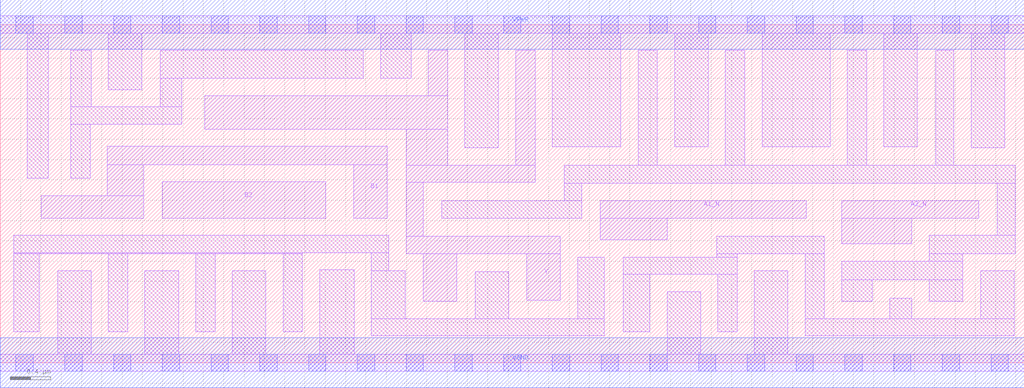
<source format=lef>
# Copyright 2020 The SkyWater PDK Authors
#
# Licensed under the Apache License, Version 2.0 (the "License");
# you may not use this file except in compliance with the License.
# You may obtain a copy of the License at
#
#     https://www.apache.org/licenses/LICENSE-2.0
#
# Unless required by applicable law or agreed to in writing, software
# distributed under the License is distributed on an "AS IS" BASIS,
# WITHOUT WARRANTIES OR CONDITIONS OF ANY KIND, either express or implied.
# See the License for the specific language governing permissions and
# limitations under the License.
#
# SPDX-License-Identifier: Apache-2.0

VERSION 5.7 ;
  NAMESCASESENSITIVE ON ;
  NOWIREEXTENSIONATPIN ON ;
  DIVIDERCHAR "/" ;
  BUSBITCHARS "[]" ;
UNITS
  DATABASE MICRONS 200 ;
END UNITS
MACRO sky130_fd_sc_lp__o2bb2ai_4
  CLASS CORE ;
  SOURCE USER ;
  FOREIGN sky130_fd_sc_lp__o2bb2ai_4 ;
  ORIGIN  0.000000  0.000000 ;
  SIZE  10.08000 BY  3.330000 ;
  SYMMETRY X Y R90 ;
  SITE unit ;
  PIN A1_N
    ANTENNAGATEAREA  1.260000 ;
    DIRECTION INPUT ;
    USE SIGNAL ;
    PORT
      LAYER li1 ;
        RECT 5.905000 1.210000 6.565000 1.425000 ;
        RECT 5.905000 1.425000 7.935000 1.595000 ;
    END
  END A1_N
  PIN A2_N
    ANTENNAGATEAREA  1.260000 ;
    DIRECTION INPUT ;
    USE SIGNAL ;
    PORT
      LAYER li1 ;
        RECT 8.285000 1.170000 8.975000 1.425000 ;
        RECT 8.285000 1.425000 9.635000 1.595000 ;
    END
  END A2_N
  PIN B1
    ANTENNAGATEAREA  1.260000 ;
    DIRECTION INPUT ;
    USE SIGNAL ;
    PORT
      LAYER li1 ;
        RECT 0.405000 1.425000 1.415000 1.645000 ;
        RECT 1.055000 1.645000 1.415000 1.950000 ;
        RECT 1.055000 1.950000 3.810000 2.130000 ;
        RECT 3.480000 1.425000 3.810000 1.950000 ;
    END
  END B1
  PIN B2
    ANTENNAGATEAREA  1.260000 ;
    DIRECTION INPUT ;
    USE SIGNAL ;
    PORT
      LAYER li1 ;
        RECT 1.595000 1.425000 3.205000 1.780000 ;
    END
  END B2
  PIN Y
    ANTENNADIFFAREA  1.965600 ;
    DIRECTION OUTPUT ;
    USE SIGNAL ;
    PORT
      LAYER li1 ;
        RECT 2.015000 2.300000 4.405000 2.630000 ;
        RECT 3.995000 1.075000 5.515000 1.245000 ;
        RECT 3.995000 1.245000 4.165000 1.775000 ;
        RECT 3.995000 1.775000 5.265000 1.945000 ;
        RECT 3.995000 1.945000 4.405000 2.300000 ;
        RECT 4.165000 0.605000 4.495000 1.075000 ;
        RECT 4.215000 2.630000 4.405000 3.075000 ;
        RECT 5.075000 1.945000 5.265000 3.075000 ;
        RECT 5.185000 0.615000 5.515000 1.075000 ;
    END
  END Y
  PIN VGND
    DIRECTION INOUT ;
    USE GROUND ;
    PORT
      LAYER met1 ;
        RECT 0.000000 -0.245000 10.080000 0.245000 ;
    END
  END VGND
  PIN VPWR
    DIRECTION INOUT ;
    USE POWER ;
    PORT
      LAYER met1 ;
        RECT 0.000000 3.085000 10.080000 3.575000 ;
    END
  END VPWR
  OBS
    LAYER li1 ;
      RECT 0.000000 -0.085000 10.080000 0.085000 ;
      RECT 0.000000  3.245000 10.080000 3.415000 ;
      RECT 0.135000  0.305000  0.385000 1.075000 ;
      RECT 0.135000  1.075000  2.975000 1.085000 ;
      RECT 0.135000  1.085000  3.825000 1.255000 ;
      RECT 0.265000  1.815000  0.475000 3.245000 ;
      RECT 0.565000  0.085000  0.895000 0.905000 ;
      RECT 0.695000  1.815000  0.885000 2.350000 ;
      RECT 0.695000  2.350000  1.785000 2.520000 ;
      RECT 0.695000  2.520000  0.895000 3.075000 ;
      RECT 1.065000  0.305000  1.255000 1.075000 ;
      RECT 1.065000  2.690000  1.395000 3.245000 ;
      RECT 1.425000  0.085000  1.755000 0.905000 ;
      RECT 1.575000  2.520000  1.785000 2.800000 ;
      RECT 1.575000  2.800000  3.575000 3.075000 ;
      RECT 1.925000  0.305000  2.115000 1.075000 ;
      RECT 2.285000  0.085000  2.615000 0.905000 ;
      RECT 2.785000  0.305000  2.975000 1.075000 ;
      RECT 3.145000  0.085000  3.485000 0.915000 ;
      RECT 3.655000  0.265000  5.945000 0.435000 ;
      RECT 3.655000  0.435000  3.985000 0.905000 ;
      RECT 3.655000  0.905000  3.825000 1.085000 ;
      RECT 3.745000  2.800000  4.045000 3.245000 ;
      RECT 4.345000  1.425000  5.725000 1.595000 ;
      RECT 4.575000  2.115000  4.905000 3.245000 ;
      RECT 4.675000  0.435000  5.005000 0.895000 ;
      RECT 5.435000  2.125000  6.110000 3.245000 ;
      RECT 5.555000  1.595000  5.725000 1.765000 ;
      RECT 5.555000  1.765000  9.995000 1.945000 ;
      RECT 5.685000  0.435000  5.945000 1.040000 ;
      RECT 6.135000  0.305000  6.395000 0.870000 ;
      RECT 6.135000  0.870000  7.255000 1.040000 ;
      RECT 6.280000  1.945000  6.470000 3.075000 ;
      RECT 6.565000  0.085000  6.895000 0.700000 ;
      RECT 6.640000  2.125000  6.970000 3.245000 ;
      RECT 7.055000  1.040000  7.255000 1.075000 ;
      RECT 7.055000  1.075000  8.115000 1.245000 ;
      RECT 7.065000  0.305000  7.255000 0.870000 ;
      RECT 7.140000  1.945000  7.330000 3.075000 ;
      RECT 7.425000  0.085000  7.755000 0.905000 ;
      RECT 7.500000  2.125000  8.170000 3.245000 ;
      RECT 7.925000  0.265000  9.985000 0.435000 ;
      RECT 7.925000  0.435000  8.115000 1.075000 ;
      RECT 8.285000  0.605000  8.585000 0.815000 ;
      RECT 8.285000  0.815000  9.475000 1.000000 ;
      RECT 8.340000  1.945000  8.530000 3.075000 ;
      RECT 8.700000  2.125000  9.030000 3.245000 ;
      RECT 8.755000  0.435000  8.975000 0.635000 ;
      RECT 9.145000  0.605000  9.475000 0.815000 ;
      RECT 9.145000  1.000000  9.475000 1.075000 ;
      RECT 9.145000  1.075000  9.995000 1.255000 ;
      RECT 9.210000  1.945000  9.390000 3.075000 ;
      RECT 9.560000  2.115000  9.890000 3.245000 ;
      RECT 9.655000  0.435000  9.985000 0.905000 ;
      RECT 9.815000  1.255000  9.995000 1.765000 ;
    LAYER mcon ;
      RECT 0.155000 -0.085000 0.325000 0.085000 ;
      RECT 0.155000  3.245000 0.325000 3.415000 ;
      RECT 0.635000 -0.085000 0.805000 0.085000 ;
      RECT 0.635000  3.245000 0.805000 3.415000 ;
      RECT 1.115000 -0.085000 1.285000 0.085000 ;
      RECT 1.115000  3.245000 1.285000 3.415000 ;
      RECT 1.595000 -0.085000 1.765000 0.085000 ;
      RECT 1.595000  3.245000 1.765000 3.415000 ;
      RECT 2.075000 -0.085000 2.245000 0.085000 ;
      RECT 2.075000  3.245000 2.245000 3.415000 ;
      RECT 2.555000 -0.085000 2.725000 0.085000 ;
      RECT 2.555000  3.245000 2.725000 3.415000 ;
      RECT 3.035000 -0.085000 3.205000 0.085000 ;
      RECT 3.035000  3.245000 3.205000 3.415000 ;
      RECT 3.515000 -0.085000 3.685000 0.085000 ;
      RECT 3.515000  3.245000 3.685000 3.415000 ;
      RECT 3.995000 -0.085000 4.165000 0.085000 ;
      RECT 3.995000  3.245000 4.165000 3.415000 ;
      RECT 4.475000 -0.085000 4.645000 0.085000 ;
      RECT 4.475000  3.245000 4.645000 3.415000 ;
      RECT 4.955000 -0.085000 5.125000 0.085000 ;
      RECT 4.955000  3.245000 5.125000 3.415000 ;
      RECT 5.435000 -0.085000 5.605000 0.085000 ;
      RECT 5.435000  3.245000 5.605000 3.415000 ;
      RECT 5.915000 -0.085000 6.085000 0.085000 ;
      RECT 5.915000  3.245000 6.085000 3.415000 ;
      RECT 6.395000 -0.085000 6.565000 0.085000 ;
      RECT 6.395000  3.245000 6.565000 3.415000 ;
      RECT 6.875000 -0.085000 7.045000 0.085000 ;
      RECT 6.875000  3.245000 7.045000 3.415000 ;
      RECT 7.355000 -0.085000 7.525000 0.085000 ;
      RECT 7.355000  3.245000 7.525000 3.415000 ;
      RECT 7.835000 -0.085000 8.005000 0.085000 ;
      RECT 7.835000  3.245000 8.005000 3.415000 ;
      RECT 8.315000 -0.085000 8.485000 0.085000 ;
      RECT 8.315000  3.245000 8.485000 3.415000 ;
      RECT 8.795000 -0.085000 8.965000 0.085000 ;
      RECT 8.795000  3.245000 8.965000 3.415000 ;
      RECT 9.275000 -0.085000 9.445000 0.085000 ;
      RECT 9.275000  3.245000 9.445000 3.415000 ;
      RECT 9.755000 -0.085000 9.925000 0.085000 ;
      RECT 9.755000  3.245000 9.925000 3.415000 ;
  END
END sky130_fd_sc_lp__o2bb2ai_4
END LIBRARY

</source>
